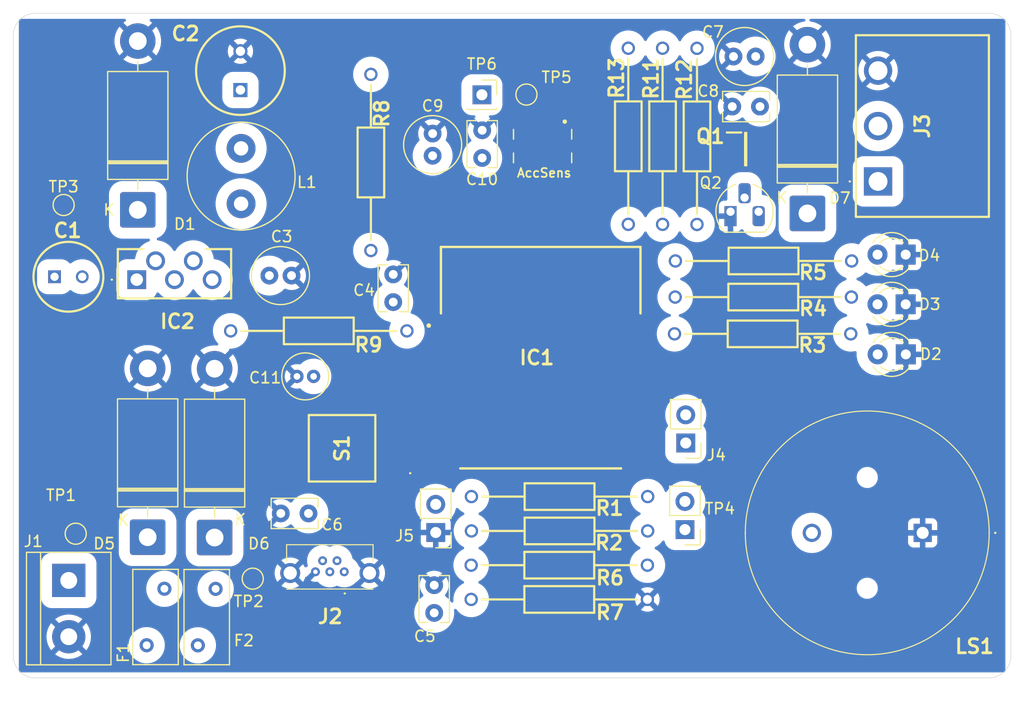
<source format=kicad_pcb>
(kicad_pcb (version 20241229) (generator "pcbnew") (generator_version "9.0")
  (layers (0 "F.Cu" signal) (2 "B.Cu" signal) (13 "F.Paste" user) (15 "B.Paste" user) (5 "F.SilkS" user "F.Silkscreen") (7 "B.SilkS" user "B.Silkscreen") (1 "F.Mask" user) (3 "B.Mask" user) (25 "Edge.Cuts" user))
  (net 0 "")
  (net 1 "+5V")
  (net 2 "Net-(C1--)")
  (net 3 "+3V3")
  (net 4 "GND")
  (net 5 "+3.3V")
  (net 6 "BAT_V")
  (net 7 "MRESET")
  (net 8 "Net-(D1-K)")
  (net 9 "Net-(D2-A)")
  (net 10 "Net-(D3-A)")
  (net 11 "Net-(D4-A)")
  (net 12 "Net-(D7-K)")
  (net 16 "SDA")
  (net 17 "YLED")
  (net 19 "SERVO")
  (net 21 "RX")
  (net 22 "SCL")
  (net 23 "WAKE_INT")
  (net 26 "Net-(IC1-IO8)")
  (net 27 "GLED")
  (net 28 "RLED")
  (net 29 "CONTROL")
  (net 30 "BUZZ")
  (net 33 "TX")
  (net 34 "BOOT")
  (net 36 "Net-(Q1-G)")
  (net 37 "Net-(Q2-B)")
  (net 38 "Net-(Q2-C)")
  (net 45 "Net-(F2-Pad1)")
  (net 49 "Net-(J1-Pin_1)")
  (footprint "SamacSys_Parts:CAPPRD350W65D800H1300" (layer "F.Cu") (at 40.4903 56.9256 90)
    (property "Reference" "C2" (at 5.085603 -4.950309 180) (layer "F.SilkS") (effects (font (size 1.27 1.27) (thickness 0.254))))
    (property "Value" "330uF" (hide yes))
    (pad "1" thru_hole rect (at 0 0 90) (size 1.275 1.275) (drill 0.85) (layers "*.Cu" "*.Mask") (net 3 "+3V3"))
    (pad "2" thru_hole circle (at 3.5 0 90) (size 1.275 1.275) (drill 0.85) (layers "*.Cu" "*.Mask") (net 4 "GND"))
  )
  (footprint "Connector_PinHeader_2.54mm:PinHeader_1x02_P2.54mm_Vertical" (layer "F.Cu") (at 80.6637 88.7918 180)
    (property "Reference" "J4" (at -2.76 -1.095 0) (layer "F.SilkS"))
    (property "Value" "UART")
    (pad "1" thru_hole rect (at 0 0 180) (size 1.7 1.7) (drill 1) (layers "*.Cu" "*.Mask") (net 21 "RX"))
    (pad "2" thru_hole circle (at 0 2.54 180) (size 1.7 1.7) (drill 1) (layers "*.Cu" "*.Mask") (net 33 "TX"))
  )
  (footprint "SamacSys_Parts:ESP32C3WROOM02N4" (layer "F.Cu") (at 68.5409 84.3893)
    (property "Reference" "IC1" (at -1.31 -3.3 0) (layer "F.SilkS") (effects (font (size 1.27 1.27) (thickness 0.254))))
    (property "Value" "ESP32-C3-WROOM-02-N4" (hide yes))
    (pad "1" smd rect (at -9.71 -6.2 90) (size 0.9 1.5) (layers "F.Cu" "F.Mask" "F.Paste") (net 5 "+3.3V"))
    (pad "2" smd rect (at -9.71 -4.7 90) (size 0.9 1.5) (layers "F.Cu" "F.Mask" "F.Paste") (net 7 "MRESET"))
    (pad "3" smd rect (at -9.71 -3.2 90) (size 0.9 1.5) (layers "F.Cu" "F.Mask" "F.Paste") (net 6 "BAT_V"))
    (pad "4" smd rect (at -9.71 -1.7 90) (size 0.9 1.5) (layers "F.Cu" "F.Mask" "F.Paste") (net 29 "CONTROL"))
    (pad "5" smd rect (at -9.71 -0.2 90) (size 0.9 1.5) (layers "F.Cu" "F.Mask" "F.Paste") (net 19 "SERVO"))
    (pad "6" smd rect (at -9.71 1.3 90) (size 0.9 1.5) (layers "F.Cu" "F.Mask" "F.Paste") (net 30 "BUZZ"))
    (pad "7" smd rect (at -9.71 2.8 90) (size 0.9 1.5) (layers "F.Cu" "F.Mask" "F.Paste") (net 26 "Net-(IC1-IO8)"))
    (pad "8" smd rect (at -9.71 4.3 90) (size 0.9 1.5) (layers "F.Cu" "F.Mask" "F.Paste") (net 34 "BOOT"))
    (pad "9" smd rect (at -9.71 5.8 90) (size 0.9 1.5) (layers "F.Cu" "F.Mask" "F.Paste"))
    (pad "10" smd rect (at 7.79 5.8 90) (size 0.9 1.5) (layers "F.Cu" "F.Mask" "F.Paste"))
    (pad "11" smd rect (at 7.79 4.3 90) (size 0.9 1.5) (layers "F.Cu" "F.Mask" "F.Paste") (net 21 "RX"))
    (pad "12" smd rect (at 7.79 2.8 90) (size 0.9 1.5) (layers "F.Cu" "F.Mask" "F.Paste") (net 33 "TX"))
    (pad "13" smd rect (at 7.79 1.3 90) (size 0.9 1.5) (layers "F.Cu" "F.Mask" "F.Paste") (net 22 "SCL"))
    (pad "14" smd rect (at 7.79 -0.2 90) (size 0.9 1.5) (layers "F.Cu" "F.Mask" "F.Paste") (net 16 "SDA"))
    (pad "15" smd rect (at 7.79 -1.7 90) (size 0.9 1.5) (layers "F.Cu" "F.Mask" "F.Paste") (net 23 "WAKE_INT"))
    (pad "16" smd rect (at 7.79 -3.2 90) (size 0.9 1.5) (layers "F.Cu" "F.Mask" "F.Paste") (net 28 "RLED"))
    (pad "17" smd rect (at 7.79 -4.7 90) (size 0.9 1.5) (layers "F.Cu" "F.Mask" "F.Paste") (net 17 "YLED"))
    (pad "18" smd rect (at 7.79 -6.2 90) (size 0.9 1.5) (layers "F.Cu" "F.Mask" "F.Paste") (net 27 "GLED"))
    (pad "19" smd rect (at 0 0 90) (size 0.7 0.7) (layers "F.Cu" "F.Mask" "F.Paste"))
    (pad "20" smd rect (at 1.1 0 90) (size 0.7 0.7) (layers "F.Cu" "F.Mask" "F.Paste"))
    (pad "21" smd rect (at 1.1 -1.1 90) (size 0.7 0.7) (layers "F.Cu" "F.Mask" "F.Paste"))
    (pad "22" smd rect (at 0 -1.1 90) (size 0.7 0.7) (layers "F.Cu" "F.Mask" "F.Paste"))
    (pad "23" smd rect (at -1.1 -1.1 90) (size 0.7 0.7) (layers "F.Cu" "F.Mask" "F.Paste"))
    (pad "24" smd rect (at -1.1 0 90) (size 0.7 0.7) (layers "F.Cu" "F.Mask" "F.Paste"))
    (pad "25" smd rect (at -1.1 1.1 90) (size 0.7 0.7) (layers "F.Cu" "F.Mask" "F.Paste"))
    (pad "26" smd rect (at 0 1.1 90) (size 0.7 0.7) (layers "F.Cu" "F.Mask" "F.Paste"))
    (pad "27" smd rect (at 1.1 1.1 90) (size 0.7 0.7) (layers "F.Cu" "F.Mask" "F.Paste") (net 4 "GND"))
  )
  (footprint "SamacSys_Parts:RESAD1590W60L630D240" (layer "F.Cu") (at 61.3059 102.9155)
    (property "Reference" "R7" (at 12.52 1.18 0) (layer "F.SilkS") (effects (font (size 1.27 1.27) (thickness 0.254))))
    (property "Value" "6.8kOhms" (hide yes))
    (pad "1" thru_hole circle (at 0 0) (size 1.2 1.2) (drill 0.8) (layers "*.Cu" "*.Mask") (net 6 "BAT_V"))
    (pad "2" thru_hole circle (at 15.9 0) (size 1.2 1.2) (drill 0.8) (layers "*.Cu" "*.Mask") (net 4 "GND"))
  )
  (footprint "Fuse:Fuse_BelFuse_0ZRE0012FF_L8.3mm_W3.8mm" (layer "F.Cu") (at 32.031 107.052 90)
    (property "Reference" "F1" (at -0.69 -2.11 270) (layer "F.SilkS"))
    (property "Value" "Polyfuse")
    (pad "1" thru_hole circle (at 0 0 90) (size 1.27 1.27) (drill 0.71) (layers "*.Cu" "*.Mask") (net 49 "Net-(J1-Pin_1)"))
    (pad "2" thru_hole circle (at 5.1 1.6 90) (size 1.27 1.27) (drill 0.71) (layers "*.Cu" "*.Mask") (net 1 "+5V"))
  )
  (footprint "LED_THT:LED_D3.0mm" (layer "F.Cu") (at 100.5191 80.7928 180)
    (property "Reference" "D2" (at -2.26 0.02 0) (layer "F.SilkS"))
    (property "Value" "R-LED")
    (pad "1" thru_hole rect (at 0 0 180) (size 1.8 1.8) (drill 0.9) (layers "*.Cu" "*.Mask") (net 4 "GND"))
    (pad "2" thru_hole circle (at 2.54 0 180) (size 1.8 1.8) (drill 0.9) (layers "*.Cu" "*.Mask") (net 9 "Net-(D2-A)"))
  )
  (footprint "Capacitor_THT:C_Rect_L4.0mm_W2.5mm_P2.50mm" (layer "F.Cu") (at 54.2748 73.5738 -90)
    (property "Reference" "C4" (at 1.426162 2.634822 0) (layer "F.SilkS"))
    (property "Value" "0.1uF")
    (pad "1" thru_hole circle (at 0 0 270) (size 1.6 1.6) (drill 0.8) (layers "*.Cu" "*.Mask") (net 4 "GND"))
    (pad "2" thru_hole circle (at 2.5 0 270) (size 1.6 1.6) (drill 0.8) (layers "*.Cu" "*.Mask") (net 5 "+3.3V"))
  )
  (footprint "Fuse:Fuse_BelFuse_0ZRE0012FF_L8.3mm_W3.8mm" (layer "F.Cu") (at 38.251 101.962 -90)
    (property "Reference" "F2" (at 4.67 -2.55 180) (layer "F.SilkS"))
    (property "Value" "Polyfuse")
    (pad "1" thru_hole circle (at 0 0 270) (size 1.27 1.27) (drill 0.71) (layers "*.Cu" "*.Mask") (net 45 "Net-(F2-Pad1)"))
    (pad "2" thru_hole circle (at 5.1 1.6 270) (size 1.27 1.27) (drill 0.71) (layers "*.Cu" "*.Mask") (net 1 "+5V"))
  )
  (footprint "Diode_THT:D_DO-201AD_P15.24mm_Horizontal" (layer "F.Cu") (at 32.1198 97.2985 90)
    (property "Reference" "D5" (at -0.58 -3.92 180) (layer "F.SilkS"))
    (property "Value" "1N5822")
    (fp_text user "K" (at 1.53 -2.19 180) (layer "F.SilkS"))
    (pad "1" thru_hole roundrect (at 0 0 90) (size 3.2 3.2) (drill 1.6) (layers "*.Cu" "*.Mask") (roundrect_rratio 0.078125) (net 1 "+5V"))
    (pad "2" thru_hole circle (at 15.24 0 90) (size 3.2 3.2) (drill 1.6) (layers "*.Cu" "*.Mask") (net 4 "GND"))
  )
  (footprint "SamacSys_Parts:SOT95P237X112-3N" (layer "F.Cu") (at 86.0707 62.2627)
    (property "Reference" "Q1" (at -3.1911 -1.1503 0) (layer "F.SilkS") (effects (font (size 1.27 1.27) (thickness 0.254))))
    (property "Value" "IRLML6402TRPBF" (hide yes))
    (pad "1" smd rect (at -1.05 -0.95 90) (size 0.6 1.3) (layers "F.Cu" "F.Mask" "F.Paste") (net 36 "Net-(Q1-G)"))
    (pad "2" smd rect (at -1.05 0.95 90) (size 0.6 1.3) (layers "F.Cu" "F.Mask" "F.Paste") (net 1 "+5V"))
    (pad "3" smd rect (at 1.05 0 90) (size 0.6 1.3) (layers "F.Cu" "F.Mask" "F.Paste") (net 12 "Net-(D7-K)"))
  )
  (footprint "SamacSys_Parts:RESAD1590W60L630D240" (layer "F.Cu") (at 78.5735 69.0533 90)
    (property "Reference" "R11" (at 13.148722 -1.037233 270) (layer "F.SilkS") (effects (font (size 1.27 1.27) (thickness 0.254))))
    (property "Value" "100 Ohms" (hide yes))
    (pad "1" thru_hole circle (at 0 0 90) (size 1.2 1.2) (drill 0.8) (layers "*.Cu" "*.Mask") (net 38 "Net-(Q2-C)"))
    (pad "2" thru_hole circle (at 15.9 0 90) (size 1.2 1.2) (drill 0.8) (layers "*.Cu" "*.Mask") (net 36 "Net-(Q1-G)"))
  )
  (footprint "TestPoint:TestPoint_Pad_D1.5mm" (layer "F.Cu") (at 41.601 101.042)
    (property "Reference" "TP2" (at -0.36 2.052 0) (layer "F.SilkS"))
    (property "Value" "TP_Ext")
    (pad "1" smd circle (at 0 0) (size 1.5 1.5) (layers "F.Cu" "F.Mask") (net 1 "+5V"))
  )
  (footprint "SamacSys_Parts:PKM22EPPH4001B0" (layer "F.Cu") (at 102.0381 96.9069 180)
    (property "Reference" "LS1" (at -4.67 -10.25 0) (layer "F.SilkS") (effects (font (size 1.27 1.27) (thickness 0.254))))
    (property "Value" "PKM22EPPH4001-B0" (hide yes))
    (pad "" np_thru_hole circle (at 5 -5 180) (size 1.4 1.4) (drill 1.4) (layers "*.Cu" "*.Mask"))
    (pad "" np_thru_hole circle (at 5 5 180) (size 1.4 1.4) (drill 1.4) (layers "*.Cu" "*.Mask"))
    (pad "1" thru_hole rect (at 0 0 180) (size 1.635 1.635) (drill 1.09) (layers "*.Cu" "*.Mask") (net 4 "GND"))
    (pad "2" thru_hole circle (at 10 0 180) (size 1.635 1.635) (drill 1.09) (layers "*.Cu" "*.Mask") (net 30 "BUZZ"))
  )
  (footprint "Connector_PinSocket_2.54mm:PinSocket_1x01_P2.54mm_Vertical" (layer "F.Cu") (at 62.2737 57.3568)
    (property "Reference" "TP6" (at 0 -2.77 0) (layer "F.SilkS"))
    (property "Value" "TP_IMUINT")
    (pad "1" thru_hole rect (at 0 0) (size 1.7 1.7) (drill 1) (layers "*.Cu" "*.Mask") (net 23 "WAKE_INT"))
  )
  (footprint "LED_THT:LED_D3.0mm" (layer "F.Cu") (at 100.5048 76.2736 180)
    (property "Reference" "D3" (at -2.17 0 0) (layer "F.SilkS"))
    (property "Value" "Y-LED")
    (pad "1" thru_hole rect (at 0 0 180) (size 1.8 1.8) (drill 0.9) (layers "*.Cu" "*.Mask") (net 4 "GND"))
    (pad "2" thru_hole circle (at 2.54 0 180) (size 1.8 1.8) (drill 0.9) (layers "*.Cu" "*.Mask") (net 10 "Net-(D3-A)"))
  )
  (footprint "SamacSys_Parts:RESAD1590W60L630D240" (layer "F.Cu") (at 61.3298 96.7325)
    (property "Reference" "R2" (at 12.42 1.08 0) (layer "F.SilkS") (effects (font (size 1.27 1.27) (thickness 0.254))))
    (property "Value" "4k7Ohms" (hide yes))
    (pad "1" thru_hole circle (at 0 0) (size 1.2 1.2) (drill 0.8) (layers "*.Cu" "*.Mask") (net 5 "+3.3V"))
    (pad "2" thru_hole circle (at 15.9 0) (size 1.2 1.2) (drill 0.8) (layers "*.Cu" "*.Mask") (net 16 "SDA"))
  )
  (footprint "Diode_THT:D_DO-201AD_P15.24mm_Horizontal" (layer "F.Cu") (at 38.1598 97.3285 90)
    (property "Reference" "D6" (at -0.55 4 180) (layer "F.SilkS"))
    (property "Value" "1N5822")
    (fp_text user "K" (at 1.62 2.32 180) (layer "F.SilkS"))
    (pad "1" thru_hole roundrect (at 0 0 90) (size 3.2 3.2) (drill 1.6) (layers "*.Cu" "*.Mask") (roundrect_rratio 0.078125) (net 1 "+5V"))
    (pad "2" thru_hole circle (at 15.24 0 90) (size 3.2 3.2) (drill 1.6) (layers "*.Cu" "*.Mask") (net 4 "GND"))
  )
  (footprint "Diode_THT:D_DO-201AD_P15.24mm_Horizontal" (layer "F.Cu") (at 31.2303 67.7456 90)
    (property "Reference" "D1" (at -1.28 4.24 180) (layer "F.SilkS"))
    (property "Value" "1N5822")
    (fp_text user "K" (at 0 -2.6 180) (layer "F.SilkS"))
    (pad "1" thru_hole roundrect (at 0 0 90) (size 3.2 3.2) (drill 1.6) (layers "*.Cu" "*.Mask") (roundrect_rratio 0.078125) (net 8 "Net-(D1-K)"))
    (pad "2" thru_hole circle (at 15.24 0 90) (size 3.2 3.2) (drill 1.6) (layers "*.Cu" "*.Mask") (net 4 "GND"))
  )
  (footprint "SamacSys_Parts:TBP04R1250003BE" (layer "F.Cu") (at 98.0123 65.1785 90)
    (property "Reference" "J3" (at 5 4 90) (layer "F.SilkS") (effects (font (size 1.27 1.27) (thickness 0.254))))
    (property "Value" "TBP04R12-500-03BE" (hide yes))
    (pad "1" thru_hole rect (at 0 0 90) (size 2.55 2.55) (drill 1.7) (layers "*.Cu" "*.Mask") (net 29 "CONTROL"))
    (pad "2" thru_hole circle (at 5 0 90) (size 2.55 2.55) (drill 1.7) (layers "*.Cu" "*.Mask") (net 12 "Net-(D7-K)"))
    (pad "3" thru_hole circle (at 10 0 90) (size 2.55 2.55) (drill 1.7) (layers "*.Cu" "*.Mask") (net 4 "GND"))
  )
  (footprint "Diode_THT:D_DO-201AD_P15.24mm_Horizontal" (layer "F.Cu") (at 91.6423 68.0685 90)
    (property "Reference" "D7" (at 1.383912 2.913965 180) (layer "F.SilkS"))
    (property "Value" "1N5822")
    (fp_text user "K" (at 1.42 -2.3 180) (layer "F.SilkS"))
    (pad "1" thru_hole roundrect (at 0 0 90) (size 3.2 3.2) (drill 1.6) (layers "*.Cu" "*.Mask") (roundrect_rratio 0.078125) (net 12 "Net-(D7-K)"))
    (pad "2" thru_hole circle (at 15.24 0 90) (size 3.2 3.2) (drill 1.6) (layers "*.Cu" "*.Mask") (net 4 "GND"))
  )
  (footprint "ADXL345BCCZ-RL7:PQFN80P500X300X100-14N" (layer "F.Cu") (at 67.75 61.99 -90)
    (property "Reference" "AccSens" (at 2.42 -0.14 180) (layer "F.SilkS") (effects (font (size 0.8 0.8))))
    (property "Value" "ADXL345BCCZ-RL7")
    (pad "1" smd rect (at -1.01 -2 270) (size 0.92 0.61) (layers "F.Cu" "F.Paste") (net 5 "+3.3V"))
    (pad "2" smd rect (at -1.01 -1.2 270) (size 0.92 0.61) (layers "F.Cu" "F.Paste") (net 4 "GND"))
    (pad "3" smd rect (at -1.01 -0.4 270) (size 0.92 0.61) (layers "F.Cu" "F.Paste"))
    (pad "4" smd rect (at -1.01 0.4 270) (size 0.92 0.61) (layers "F.Cu" "F.Paste") (net 4 "GND"))
    (pad "5" smd rect (at -1.01 1.2 270) (size 0.92 0.61) (layers "F.Cu" "F.Paste") (net 4 "GND"))
    (pad "6" smd rect (at -1.01 2 270) (size 0.92 0.61) (layers "F.Cu" "F.Paste") (net 5 "+3.3V"))
    (pad "7" smd rect (at 0 2.01 270) (size 0.61 0.92) (layers "F.Cu" "F.Paste") (net 5 "+3.3V"))
    (pad "8" smd rect (at 1.01 2 270) (size 0.92 0.61) (layers "F.Cu" "F.Paste") (net 23 "WAKE_INT"))
    (pad "9" smd rect (at 1.01 1.2 270) (size 0.92 0.61) (layers "F.Cu" "F.Paste"))
    (pad "10" smd rect (at 1.01 0.4 270) (size 0.92 0.61) (layers "F.Cu" "F.Paste"))
    (pad "11" smd rect (at 1.01 -0.4 270) (size 0.92 0.61) (layers "F.Cu" "F.Paste"))
    (pad "12" smd rect (at 1.01 -1.2 270) (size 0.92 0.61) (layers "F.Cu" "F.Paste") (net 4 "GND"))
    (pad "13" smd rect (at 1.01 -2 270) (size 0.92 0.61) (layers "F.Cu" "F.Paste") (net 16 "SDA"))
    (pad "14" smd rect (at 0 -2.01 270) (size 0.61 0.92) (layers "F.Cu" "F.Paste") (net 22 "SCL"))
  )
  (footprint "SamacSys_Parts:RESAD1590W60L630D240" (layer "F.Cu") (at 79.7309 72.3593)
    (property "Reference" "R5" (at 12.409069 1.050737 0) (layer "F.SilkS") (effects (font (size 1.27 1.27) (thickness 0.254))))
    (property "Value" "27 Ohms" (hide yes))
    (pad "1" thru_hole circle (at 0 0) (size 1.2 1.2) (drill 0.8) (layers "*.Cu" "*.Mask") (net 27 "GLED"))
    (pad "2" thru_hole circle (at 15.9 0) (size 1.2 1.2) (drill 0.8) (layers "*.Cu" "*.Mask") (net 11 "Net-(D4-A)"))
  )
  (footprint "Capacitor_THT:C_Rect_L4.0mm_W2.5mm_P2.50mm" (layer "F.Cu") (at 84.8607 58.4227)
    (property "Reference" "C8" (at -2.164413 -1.398153 0) (layer "F.SilkS"))
    (property "Value" "0.1uF")
    (pad "1" thru_hole circle (at 0 0) (size 1.6 1.6) (drill 0.8) (layers "*.Cu" "*.Mask") (net 4 "GND"))
    (pad "2" thru_hole circle (at 2.5 0) (size 1.6 1.6) (drill 0.8) (layers "*.Cu" "*.Mask") (net 1 "+5V"))
  )
  (footprint "SamacSys_Parts:RESAD1590W60L630D240" (layer "F.Cu") (at 81.6796 53.1624 -90)
    (property "Reference" "R12" (at 2.812141 1.14336 270) (layer "F.SilkS") (effects (font (size 1.27 1.27) (thickness 0.254))))
    (property "Value" "100kOhms" (hide yes))
    (pad "1" thru_hole circle (at 0 0 270) (size 1.2 1.2) (drill 0.8) (layers "*.Cu" "*.Mask") (net 36 "Net-(Q1-G)"))
    (pad "2" thru_hole circle (at 15.9 0 270) (size 1.2 1.2) (drill 0.8) (layers "*.Cu" "*.Mask") (net 1 "+5V"))
  )
  (footprint "SamacSys_Parts:USB3145301A" (layer "F.Cu") (at 48.556 100.202 180)
    (property "Reference" "J2" (at -0.034 -4.258 0) (layer "F.SilkS") (effects (font (size 1.27 1.27) (thickness 0.254))))
    (property "Value" "USB3145-30-1-A" (hide yes))
    (pad "1" thru_hole circle (at -1.3 -0.22 180) (size 0.8 0.8) (drill 0.4) (layers "*.Cu" "*.Mask") (net 45 "Net-(F2-Pad1)"))
    (pad "2" thru_hole circle (at -0.65 0.78 180) (size 0.8 0.8) (drill 0.4) (layers "*.Cu" "*.Mask"))
    (pad "3" thru_hole circle (at 0 -0.22 180) (size 0.8 0.8) (drill 0.4) (layers "*.Cu" "*.Mask"))
    (pad "4" thru_hole circle (at 0.65 0.78 180) (size 0.8 0.8) (drill 0.4) (layers "*.Cu" "*.Mask"))
    (pad "5" thru_hole circle (at 1.3 -0.22 180) (size 0.8 0.8) (drill 0.4) (layers "*.Cu" "*.Mask") (net 4 "GND"))
    (pad "6" thru_hole circle (at -3.575 -0.33 180) (size 1.80315 1.80315) (drill 1.2021) (layers "*.Cu" "*.Mask") (net 4 "GND"))
    (pad "7" thru_hole circle (at 3.575 -0.33 180) (size 1.80315 1.80315) (drill 1.2021) (layers "*.Cu" "*.Mask") (net 4 "GND"))
  )
  (footprint "LED_THT:LED_D3.0mm" (layer "F.Cu") (at 100.5054 71.7858 180)
    (property "Reference" "D4" (at -2.129368 -0.087833 0) (layer "F.SilkS"))
    (property "Value" "G-LED")
    (pad "1" thru_hole rect (at 0 0 180) (size 1.8 1.8) (drill 0.9) (layers "*.Cu" "*.Mask") (net 4 "GND"))
    (pad "2" thru_hole circle (at 2.54 0 180) (size 1.8 1.8) (drill 0.9) (layers "*.Cu" "*.Mask") (net 11 "Net-(D4-A)"))
  )
  (footprint "Inductor_THT:L_Radial_D9.5mm_P5.00mm_Fastron_07HVP" (layer "F.Cu") (at 40.5503 67.1956 90)
    (property "Reference" "L1" (at 1.95 5.93 180) (layer "F.SilkS"))
    (property "Value" "330uH")
    (pad "1" thru_hole circle (at 0 0 90) (size 2.6 2.6) (drill 1.3) (layers "*.Cu" "*.Mask") (net 8 "Net-(D1-K)"))
    (pad "2" thru_hole circle (at 5 0 90) (size 2.6 2.6) (drill 1.3) (layers "*.Cu" "*.Mask") (net 3 "+3V3"))
  )
  (footprint "SamacSys_Parts:CAPPRD250W55D630H1220" (layer "F.Cu") (at 23.7203 73.7856)
    (property "Reference" "C1" (at 1.179691 -4.175603 0) (layer "F.SilkS") (effects (font (size 1.27 1.27) (thickness 0.254))))
    (property "Value" "100uF")
    (pad "1" thru_hole rect (at 0 0) (size 1.15 1.15) (drill 0.75) (layers "*.Cu" "*.Mask") (net 1 "+5V"))
    (pad "2" thru_hole circle (at 2.5 0) (size 1.15 1.15) (drill 0.75) (layers "*.Cu" "*.Mask") (net 2 "Net-(C1--)"))
  )
  (footprint "TestPoint:TestPoint_Pad_D1.5mm" (layer "F.Cu") (at 25.631 96.982 180)
    (property "Reference" "TP1" (at 1.32 3.47 0) (layer "F.SilkS"))
    (property "Value" "TP_Bat")
    (pad "1" smd circle (at 0 0 180) (size 1.5 1.5) (layers "F.Cu" "F.Mask") (net 1 "+5V"))
  )
  (footprint "SamacSys_Parts:RESAD1590W60L630D240" (layer "F.Cu") (at 75.482 69.0533 90)
    (property "Reference" "R13" (at 13.208722 -1.065726 270) (layer "F.SilkS") (effects (font (size 1.27 1.27) (thickness 0.254))))
    (property "Value" "10kOhms" (hide yes))
    (pad "1" thru_hole circle (at 0 0 90) (size 1.2 1.2) (drill 0.8) (layers "*.Cu" "*.Mask") (net 19 "SERVO"))
    (pad "2" thru_hole circle (at 15.9 0 90) (size 1.2 1.2) (drill 0.8) (layers "*.Cu" "*.Mask") (net 37 "Net-(Q2-B)"))
  )
  (footprint "Capacitor_THT:C_Radial_D4.0mm_H7.0mm_P1.50mm" (layer "F.Cu") (at 47.0894 82.781 180)
    (property "Reference" "C11" (at 4.37 -0.12 0) (layer "F.SilkS"))
    (property "Value" "1uF")
    (pad "1" thru_hole circle (at 0 0 180) (size 1.2 1.2) (drill 0.6) (layers "*.Cu" "*.Mask") (net 7 "MRESET"))
    (pad "2" thru_hole circle (at 1.5 0 180) (size 1.2 1.2) (drill 0.6) (layers "*.Cu" "*.Mask") (net 4 "GND"))
  )
  (footprint "SamacSys_Parts:RESAD1590W60L630D240" (layer "F.Cu") (at 55.5094 78.671 180)
    (property "Reference" "R9" (at 3.459431 -1.269031 0) (layer "F.SilkS") (effects (font (size 1.27 1.27) (thickness 0.254))))
    (property "Value" "10kOhms" (hide yes))
    (pad "1" thru_hole circle (at 0 0 180) (size 1.2 1.2) (drill 0.8) (layers "*.Cu" "*.Mask") (net 7 "MRESET"))
    (pad "2" thru_hole circle (at 15.9 0 180) (size 1.2 1.2) (drill 0.8) (layers "*.Cu" "*.Mask") (net 5 "+3.3V"))
  )
  (footprint "SamacSys_Parts:RESAD1590W60L630D240" (layer "F.Cu") (at 79.7109 75.6193)
    (property "Reference" "R4" (at 12.439069 1.040737 0) (layer "F.SilkS") (effects (font (size 1.27 1.27) (thickness 0.254))))
    (property "Value" "27 Ohms" (hide yes))
    (pad "1" thru_hole circle (at 0 0) (size 1.2 1.2) (drill 0.8) (layers "*.Cu" "*.Mask") (net 17 "YLED"))
    (pad "2" thru_hole circle (at 15.9 0) (size 1.2 1.2) (drill 0.8) (layers "*.Cu" "*.Mask") (net 10 "Net-(D3-A)"))
  )
  (footprint "SamacSys_Parts:RESAD1590W60L630D240" (layer "F.Cu") (at 61.3308 93.6315)
    (property "Reference" "R1" (at 12.46 1.05 0) (layer "F.SilkS") (effects (font (size 1.27 1.27) (thickness 0.254))))
    (property "Value" "4k7Ohms" (hide yes))
    (pad "1" thru_hole circle (at 0 0) (size 1.2 1.2) (drill 0.8) (layers "*.Cu" "*.Mask") (net 5 "+3.3V"))
    (pad "2" thru_hole circle (at 15.9 0) (size 1.2 1.2) (drill 0.8) (layers "*.Cu" "*.Mask") (net 22 "SCL"))
  )
  (footprint "Capacitor_THT:C_Radial_D5.0mm_H11.0mm_P2.00mm" (layer "F.Cu") (at 84.9707 53.9027)
    (property "Reference" "C7" (at -1.854413 -2.218153 0) (layer "F.SilkS"))
    (property "Value" "10uF")
    (pad "1" thru_hole circle (at 0 0) (size 1.6 1.6) (drill 0.8) (layers "*.Cu" "*.Mask") (net 4 "GND"))
    (pad "2" thru_hole circle (at 2 0) (size 1.6 1.6) (drill 0.8) (layers "*.Cu" "*.Mask") (net 1 "+5V"))
  )
  (footprint "Connector_PinHeader_2.54mm:PinHeader_1x02_P2.54mm_Vertical" (layer "F.Cu") (at 58.1108 96.8715 180)
    (property "Reference" "J5" (at 2.813406 -0.298794 0) (layer "F.SilkS"))
    (property "Value" "Boot Pins")
    (pad "1" thru_hole rect (at 0 0 180) (size 1.7 1.7) (drill 1) (layers "*.Cu" "*.Mask") (net 4 "GND"))
    (pad "2" thru_hole circle (at 0 2.54 180) (size 1.7 1.7) (drill 1) (layers "*.Cu" "*.Mask") (net 34 "BOOT"))
  )
  (footprint "Connector_PinHeader_2.54mm:PinHeader_1x02_P2.54mm_Vertical" (layer "F.Cu") (at 80.5908 96.6115 180)
    (property "Reference" "TP4" (at -3.15 1.89 0) (layer "F.SilkS"))
    (property "Value" "TP_I2C")
    (pad "1" thru_hole rect (at 0 0 180) (size 1.7 1.7) (drill 1) (layers "*.Cu" "*.Mask") (net 16 "SDA"))
    (pad "2" thru_hole circle (at 0 2.54 180) (size 1.7 1.7) (drill 1) (layers "*.Cu" "*.Mask") (net 22 "SCL"))
  )
  (footprint "TerminalBlock:TerminalBlock_bornier-2_P5.08mm" (layer "F.Cu") (at 25.001 101.202 -90)
    (property "Reference" "J1" (at -3.53 3.2 180) (layer "F.SilkS"))
    (property "Value" "Screw_Terminal_01x02")
    (pad "1" thru_hole rect (at 0 0 270) (size 3 3) (drill 1.52) (layers "*.Cu" "*.Mask") (net 49 "Net-(J1-Pin_1)"))
    (pad "2" thru_hole circle (at 5.08 0 270) (size 3 3) (drill 1.52) (layers "*.Cu" "*.Mask") (net 4 "GND"))
  )
  (footprint "Package_TO_SOT_THT:TO-92_HandSolder" (layer "F.Cu") (at 84.7007 67.9127)
    (property "Reference" "Q2" (at -1.784413 -2.598153 0) (layer "F.SilkS"))
    (property "Value" "BC547B")
    (pad "1" thru_hole rect (at 0 0) (size 1.1 1.8) (drill 0.75 (offset 0 0.4)) (layers "*.Cu" "*.Mask") (net 4 "GND"))
    (pad "2" thru_hole roundrect (at 1.27 -1.27) (size 1.1 1.8) (drill 0.75 (offset 0 -0.4)) (layers "*.Cu" "*.Mask") (net 37 "Net-(Q2-B)"))
    (pad "3" thru_hole roundrect (at 2.54 0) (size 1.1 1.8) (drill 0.75 (offset 0 0.4)) (layers "*.Cu" "*.Mask") (net 38 "Net-(Q2-C)"))
  )
  (footprint "SamacSys_Parts:RESAD1590W60L630D240" (layer "F.Cu") (at 61.3059 99.824)
    (property "Reference" "R6" (at 12.520944 1.15 0) (layer "F.SilkS") (effects (font (size 1.27 1.27) (thickness 0.254))))
    (property "Value" "10kOhms" (hide yes))
    (pad "1" thru_hole circle (at 0 0) (size 1.2 1.2) (drill 0.8) (layers "*.Cu" "*.Mask") (net 1 "+5V"))
    (pad "2" thru_hole circle (at 15.9 0) (size 1.2 1.2) (drill 0.8) (layers "*.Cu" "*.Mask") (net 6 "BAT_V"))
  )
  (footprint "TestPoint:TestPoint_Pad_D1.5mm" (layer "F.Cu") (at 24.5403 67.3056)
    (property "Reference" "TP3" (at 0 -1.648 0) (layer "F.SilkS"))
    (property "Value" "TP_3V3")
    (pad "1" smd circle (at 0 0) (size 1.5 1.5) (layers "F.Cu" "F.Mask") (net 3 "+3V3"))
  )
  (footprint "2-1977223-8:219772238" (layer "F.Cu") (at 49.6594 89.271 -90)
    (property "Reference" "S1" (at 0 0 90) (layer "F.SilkS") (effects (font (size 1.27 1.27) (thickness 0.254))))
    (property "Value" "2-1977223-8" (hide yes))
    (pad "1" smd rect (at 2.25 -4.55 270) (size 1.4 2.1) (layers "F.Cu" "F.Mask" "F.Paste"))
    (pad "2" smd rect (at 2.25 4.55 270) (size 1.4 2.1) (layers "F.Cu" "F.Mask" "F.Paste") (net 7 "MRESET"))
    (pad "3" smd rect (at -2.25 -4.55 270) (size 1.4 2.1) (layers "F.Cu" "F.Mask" "F.Paste"))
    (pad "4" smd rect (at -2.25 4.55 270) (size 1.4 2.1) (layers "F.Cu" "F.Mask" "F.Paste") (net 4 "GND"))
  )
  (footprint "SamacSys_Parts:LM257533WT" (layer "F.Cu") (at 31.1363 74.0456)
    (property "Reference" "IC2" (at 3.6737 3.7744 0) (layer "F.SilkS") (effects (font (size 1.27 1.27) (thickness 0.254))))
    (property "Value" "LM2575-3.3WT" (hide yes))
    (pad "1" thru_hole rect (at 0 0) (size 1.695 1.695) (drill 1.13) (layers "*.Cu" "*.Mask") (net 1 "+5V"))
    (pad "2" thru_hole circle (at 1.702 -1.702) (size 1.695 1.695) (drill 1.13) (layers "*.Cu" "*.Mask") (net 8 "Net-(D1-K)"))
    (pad "3" thru_hole circle (at 3.404 0) (size 1.695 1.695) (drill 1.13) (layers "*.Cu" "*.Mask") (net 2 "Net-(C1--)"))
    (pad "4" thru_hole circle (at 5.105 -1.702) (size 1.695 1.695) (drill 1.13) (layers "*.Cu" "*.Mask") (net 3 "+3V3"))
    (pad "5" thru_hole circle (at 6.807 0) (size 1.695 1.695) (drill 1.13) (layers "*.Cu" "*.Mask") (net 2 "Net-(C1--)"))
  )
  (footprint "Capacitor_THT:C_Radial_D5.0mm_H11.0mm_P2.00mm" (layer "F.Cu") (at 45.1 73.68 180)
    (property "Reference" "C3" (at 0.89 3.52 0) (layer "F.SilkS"))
    (property "Value" "10uF")
    (pad "1" thru_hole circle (at 0 0 180) (size 1.6 1.6) (drill 0.8) (layers "*.Cu" "*.Mask") (net 4 "GND"))
    (pad "2" thru_hole circle (at 2 0 180) (size 1.6 1.6) (drill 0.8) (layers "*.Cu" "*.Mask") (net 5 "+3.3V"))
  )
  (footprint "Capacitor_THT:C_Radial_D5.0mm_H11.0mm_P2.00mm" (layer "F.Cu") (at 57.83 60.86 -90)
    (property "Reference" "C9" (at -2.5 0 180) (layer "F.SilkS"))
    (property "Value" "10uF")
    (pad "1" thru_hole circle (at 0 0 270) (size 1.6 1.6) (drill 0.8) (layers "*.Cu" "*.Mask") (net 4 "GND"))
    (pad "2" thru_hole circle (at 2 0 270) (size 1.6 1.6) (drill 0.8) (layers "*.Cu" "*.Mask") (net 5 "+3.3V"))
  )
  (footprint "Capacitor_THT:C_Rect_L4.0mm_W2.5mm_P2.50mm" (layer "F.Cu") (at 57.9708 104.1315 90)
    (property "Reference" "C5" (at -2.11 -0.85 0) (layer "F.SilkS"))
    (property "Value" "0.1uF")
    (pad "1" thru_hole circle (at 0 0 90) (size 1.6 1.6) (drill 0.8) (layers "*.Cu" "*.Mask") (net 6 "BAT_V"))
    (pad "2" thru_hole circle (at 2.5 0 90) (size 1.6 1.6) (drill 0.8) (layers "*.Cu" "*.Mask") (net 4 "GND"))
  )
  (footprint "Capacitor_THT:C_Rect_L4.0mm_W2.5mm_P2.50mm" (layer "F.Cu") (at 62.3 60.56 -90)
    (property "Reference" "C10" (at 4.43 0.01 0) (layer "F.SilkS"))
    (property "Value" "0.1uF")
    (pad "1" thru_hole circle (at 0 0 270) (size 1.6 1.6) (drill 0.8) (layers "*.Cu" "*.Mask") (net 4 "GND"))
    (pad "2" thru_hole circle (at 2.5 0 270) (size 1.6 1.6) (drill 0.8) (layers "*.Cu" "*.Mask") (net 5 "+3.3V"))
  )
  (footprint "Capacitor_THT:C_Rect_L4.0mm_W2.5mm_P2.50mm" (layer "F.Cu") (at 44.131 95.152)
    (property "Reference" "C6" (at 4.63 1.01 0) (layer "F.SilkS"))
    (property "Value" "0.1uF")
    (pad "1" thru_hole circle (at 0 0) (size 1.6 1.6) (drill 0.8) (layers "*.Cu" "*.Mask") (net 4 "GND"))
    (pad "2" thru_hole circle (at 2.5 0) (size 1.6 1.6) (drill 0.8) (layers "*.Cu" "*.Mask") (net 7 "MRESET"))
  )
  (footprint "SamacSys_Parts:RESAD1590W60L630D240" (layer "F.Cu") (at 79.6509 78.9393)
    (property "Reference" "R3" (at 12.439069 1.020737 0) (layer "F.SilkS") (effects (font (size 1.27 1.27) (thickness 0.254))))
    (property "Value" "27 Ohms" (hide yes))
    (pad "1" thru_hole circle (at 0 0) (size 1.2 1.2) (drill 0.8) (layers "*.Cu" "*.Mask") (net 28 "RLED"))
    (pad "2" thru_hole circle (at 15.9 0) (size 1.2 1.2) (drill 0.8) (layers "*.Cu" "*.Mask") (net 9 "Net-(D2-A)"))
  )
  (footprint "SamacSys_Parts:RESAD1590W60L630D240" (layer "F.Cu") (at 52.2603 55.5156 -90)
    (property "Reference" "R8" (at 3.5344 -0.9797 90) (layer "F.SilkS") (effects (font (size 1.27 1.27) (thickness 0.254))))
    (property "Value" "10kOhms" (hide yes))
    (pad "1" thru_hole circle (at 0 0 270) (size 1.2 1.2) (drill 0.8) (layers "*.Cu" "*.Mask") (net 5 "+3.3V"))
    (pad "2" thru_hole circle (at 15.9 0 270) (size 1.2 1.2) (drill 0.8) (layers "*.Cu" "*.Mask") (net 26 "Net-(IC1-IO8)"))
  )
  (footprint "TestPoint:TestPoint_Pad_D1.5mm" (layer "F.Cu") (at 66.2937 57.3368)
    (property "Reference" "TP5" (at 2.72 -1.558 0) (layer "F.SilkS"))
    (property "Value" "TP_IMUV")
    (pad "1" smd circle (at 0 0) (size 1.5 1.5) (layers "F.Cu" "F.Mask") (net 5 "+3.3V"))
  )
  (gr_line (start 108 110) (end 22 110) (stroke (width 0.05)) (layer "Edge.Cuts"))
  (gr_arc (start 108 50) (mid 109.414214 50.585786) (end 110 52) (stroke (width 0.05)) (layer "Edge.Cuts"))
  (gr_line (start 22 50) (end 108 50) (stroke (width 0.05)) (layer "Edge.Cuts"))
  (gr_arc (start 20 52) (mid 20.585786 50.585786) (end 22 50) (stroke (width 0.05)) (layer "Edge.Cuts"))
  (gr_arc (start 22 110) (mid 20.585786 109.414214) (end 20 108) (stroke (width 0.05)) (layer "Edge.Cuts"))
  (gr_line (start 20 108) (end 20 52) (stroke (width 0.05)) (layer "Edge.Cuts"))
  (gr_line (start 110 52) (end 110 108) (stroke (width 0.05)) (layer "Edge.Cuts"))
  (gr_arc (start 110 108) (mid 109.414214 109.414214) (end 108 110) (stroke (width 0.05)) (layer "Edge.Cuts"))
  (zone (net 4) (net_name "GND") (layer "B.Cu") (name "GND") (connect_pads (clearance 1)) (min_thickness 0.25) (fill yes (thermal_gap 0.5) (thermal_bridge_width 0.5))
    (polygon (pts (xy 19.45 49.58) (xy 110.63 48.8) (xy 111.18 111.55) (xy 18.8 110.58) (xy 19.48 49.57)))
  )
)
</source>
